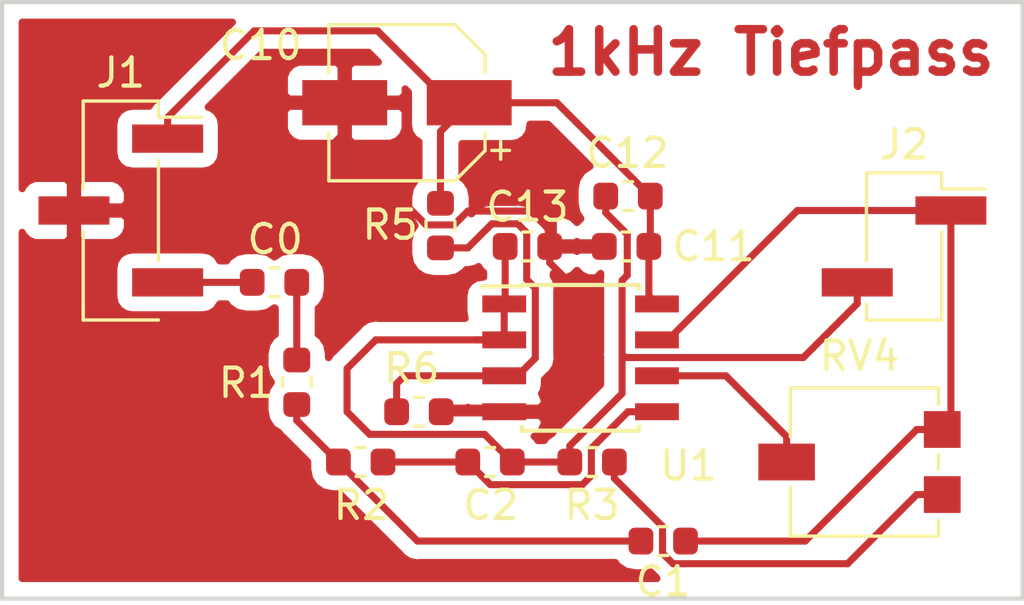
<source format=kicad_pcb>
(kicad_pcb (version 20171130) (host pcbnew 5.0.0)

  (general
    (thickness 1.6)
    (drawings 5)
    (tracks 105)
    (zones 0)
    (modules 16)
    (nets 12)
  )

  (page A4)
  (layers
    (0 F.Cu signal)
    (31 B.Cu signal hide)
    (32 B.Adhes user hide)
    (33 F.Adhes user hide)
    (34 B.Paste user hide)
    (35 F.Paste user hide)
    (36 B.SilkS user hide)
    (37 F.SilkS user)
    (38 B.Mask user hide)
    (39 F.Mask user)
    (40 Dwgs.User user hide)
    (41 Cmts.User user hide)
    (42 Eco1.User user hide)
    (43 Eco2.User user hide)
    (44 Edge.Cuts user)
    (45 Margin user)
    (46 B.CrtYd user hide)
    (47 F.CrtYd user)
    (48 B.Fab user hide)
    (49 F.Fab user hide)
  )

  (setup
    (last_trace_width 0.25)
    (trace_clearance 0.2)
    (zone_clearance 0.508)
    (zone_45_only no)
    (trace_min 0.2)
    (segment_width 0.2)
    (edge_width 0.15)
    (via_size 0.8)
    (via_drill 0.4)
    (via_min_size 0.4)
    (via_min_drill 0.3)
    (uvia_size 0.3)
    (uvia_drill 0.1)
    (uvias_allowed no)
    (uvia_min_size 0.2)
    (uvia_min_drill 0.1)
    (pcb_text_width 0.3)
    (pcb_text_size 1.5 1.5)
    (mod_edge_width 0.15)
    (mod_text_size 1 1)
    (mod_text_width 0.15)
    (pad_size 1.524 1.524)
    (pad_drill 0.762)
    (pad_to_mask_clearance 0.2)
    (aux_axis_origin 0 0)
    (visible_elements FFFFFF7F)
    (pcbplotparams
      (layerselection 0x010a0_7fffffff)
      (usegerberextensions false)
      (usegerberattributes false)
      (usegerberadvancedattributes false)
      (creategerberjobfile false)
      (excludeedgelayer true)
      (linewidth 0.100000)
      (plotframeref false)
      (viasonmask false)
      (mode 1)
      (useauxorigin false)
      (hpglpennumber 1)
      (hpglpenspeed 20)
      (hpglpendiameter 15.000000)
      (psnegative false)
      (psa4output false)
      (plotreference true)
      (plotvalue true)
      (plotinvisibletext false)
      (padsonsilk false)
      (subtractmaskfromsilk false)
      (outputformat 5)
      (mirror false)
      (drillshape 0)
      (scaleselection 1)
      (outputdirectory ""))
  )

  (net 0 "")
  (net 1 IN)
  (net 2 "Net-(C0-Pad1)")
  (net 3 "Net-(C1-Pad2)")
  (net 4 OUT)
  (net 5 "Net-(C2-Pad1)")
  (net 6 REF)
  (net 7 +10V)
  (net 8 GND)
  (net 9 "Net-(R3-Pad1)")
  (net 10 "Net-(R5-Pad2)")
  (net 11 "Net-(RV4-Pad2)")

  (net_class Default "This is the default net class."
    (clearance 0.2)
    (trace_width 0.25)
    (via_dia 0.8)
    (via_drill 0.4)
    (uvia_dia 0.3)
    (uvia_drill 0.1)
    (add_net +10V)
    (add_net GND)
    (add_net IN)
    (add_net "Net-(C0-Pad1)")
    (add_net "Net-(C1-Pad2)")
    (add_net "Net-(C2-Pad1)")
    (add_net "Net-(R3-Pad1)")
    (add_net "Net-(R5-Pad2)")
    (add_net "Net-(RV4-Pad2)")
    (add_net OUT)
    (add_net REF)
  )

  (module default-footprints:SOIC-8_3.9x4.9mm_P1.27mm (layer F.Cu) (tedit 5A02F2D3) (tstamp 5C075465)
    (at 38.227 34.417)
    (descr "8-Lead Plastic Small Outline (SN) - Narrow, 3.90 mm Body [SOIC] (see Microchip Packaging Specification 00000049BS.pdf)")
    (tags "SOIC 1.27")
    (path /5B72F6D4)
    (attr smd)
    (fp_text reference U1 (at 3.81 3.81) (layer F.SilkS)
      (effects (font (size 1 1) (thickness 0.15)))
    )
    (fp_text value ADA4610-2 (at 0 3.5) (layer F.Fab)
      (effects (font (size 1 1) (thickness 0.15)))
    )
    (fp_text user %R (at 0 0) (layer F.Fab)
      (effects (font (size 1 1) (thickness 0.15)))
    )
    (fp_line (start -0.95 -2.45) (end 1.95 -2.45) (layer F.Fab) (width 0.1))
    (fp_line (start 1.95 -2.45) (end 1.95 2.45) (layer F.Fab) (width 0.1))
    (fp_line (start 1.95 2.45) (end -1.95 2.45) (layer F.Fab) (width 0.1))
    (fp_line (start -1.95 2.45) (end -1.95 -1.45) (layer F.Fab) (width 0.1))
    (fp_line (start -1.95 -1.45) (end -0.95 -2.45) (layer F.Fab) (width 0.1))
    (fp_line (start -3.73 -2.7) (end -3.73 2.7) (layer F.CrtYd) (width 0.05))
    (fp_line (start 3.73 -2.7) (end 3.73 2.7) (layer F.CrtYd) (width 0.05))
    (fp_line (start -3.73 -2.7) (end 3.73 -2.7) (layer F.CrtYd) (width 0.05))
    (fp_line (start -3.73 2.7) (end 3.73 2.7) (layer F.CrtYd) (width 0.05))
    (fp_line (start -2.075 -2.575) (end -2.075 -2.525) (layer F.SilkS) (width 0.15))
    (fp_line (start 2.075 -2.575) (end 2.075 -2.43) (layer F.SilkS) (width 0.15))
    (fp_line (start 2.075 2.575) (end 2.075 2.43) (layer F.SilkS) (width 0.15))
    (fp_line (start -2.075 2.575) (end -2.075 2.43) (layer F.SilkS) (width 0.15))
    (fp_line (start -2.075 -2.575) (end 2.075 -2.575) (layer F.SilkS) (width 0.15))
    (fp_line (start -2.075 2.575) (end 2.075 2.575) (layer F.SilkS) (width 0.15))
    (fp_line (start -2.075 -2.525) (end -3.475 -2.525) (layer F.SilkS) (width 0.15))
    (pad 1 smd rect (at -2.7 -1.905) (size 1.55 0.6) (layers F.Cu F.Paste F.Mask)
      (net 6 REF))
    (pad 2 smd rect (at -2.7 -0.635) (size 1.55 0.6) (layers F.Cu F.Paste F.Mask)
      (net 6 REF))
    (pad 3 smd rect (at -2.7 0.635) (size 1.55 0.6) (layers F.Cu F.Paste F.Mask)
      (net 10 "Net-(R5-Pad2)"))
    (pad 4 smd rect (at -2.7 1.905) (size 1.55 0.6) (layers F.Cu F.Paste F.Mask)
      (net 8 GND))
    (pad 5 smd rect (at 2.7 1.905) (size 1.55 0.6) (layers F.Cu F.Paste F.Mask)
      (net 5 "Net-(C2-Pad1)"))
    (pad 6 smd rect (at 2.7 0.635) (size 1.55 0.6) (layers F.Cu F.Paste F.Mask)
      (net 11 "Net-(RV4-Pad2)"))
    (pad 7 smd rect (at 2.7 -0.635) (size 1.55 0.6) (layers F.Cu F.Paste F.Mask)
      (net 4 OUT))
    (pad 8 smd rect (at 2.7 -1.905) (size 1.55 0.6) (layers F.Cu F.Paste F.Mask)
      (net 7 +10V))
    (model ${KISYS3DMOD}/Package_SO.3dshapes/SOIC-8_3.9x4.9mm_P1.27mm.wrl
      (at (xyz 0 0 0))
      (scale (xyz 1 1 1))
      (rotate (xyz 0 0 0))
    )
  )

  (module default-footprints:C_0603_1608Metric (layer F.Cu) (tedit 5B301BBE) (tstamp 5C075335)
    (at 35.0265 38.1)
    (descr "Capacitor SMD 0603 (1608 Metric), square (rectangular) end terminal, IPC_7351 nominal, (Body size source: http://www.tortai-tech.com/upload/download/2011102023233369053.pdf), generated with kicad-footprint-generator")
    (tags capacitor)
    (path /5B738FE3)
    (attr smd)
    (fp_text reference C2 (at 0.0255 1.524) (layer F.SilkS)
      (effects (font (size 1 1) (thickness 0.15)))
    )
    (fp_text value 1.2n (at 0 1.43) (layer F.Fab)
      (effects (font (size 1 1) (thickness 0.15)))
    )
    (fp_line (start -0.8 0.4) (end -0.8 -0.4) (layer F.Fab) (width 0.1))
    (fp_line (start -0.8 -0.4) (end 0.8 -0.4) (layer F.Fab) (width 0.1))
    (fp_line (start 0.8 -0.4) (end 0.8 0.4) (layer F.Fab) (width 0.1))
    (fp_line (start 0.8 0.4) (end -0.8 0.4) (layer F.Fab) (width 0.1))
    (fp_line (start -0.162779 -0.51) (end 0.162779 -0.51) (layer F.SilkS) (width 0.12))
    (fp_line (start -0.162779 0.51) (end 0.162779 0.51) (layer F.SilkS) (width 0.12))
    (fp_line (start -1.48 0.73) (end -1.48 -0.73) (layer F.CrtYd) (width 0.05))
    (fp_line (start -1.48 -0.73) (end 1.48 -0.73) (layer F.CrtYd) (width 0.05))
    (fp_line (start 1.48 -0.73) (end 1.48 0.73) (layer F.CrtYd) (width 0.05))
    (fp_line (start 1.48 0.73) (end -1.48 0.73) (layer F.CrtYd) (width 0.05))
    (fp_text user %R (at 0 0) (layer F.Fab)
      (effects (font (size 0.4 0.4) (thickness 0.06)))
    )
    (pad 1 smd roundrect (at -0.7875 0) (size 0.875 0.95) (layers F.Cu F.Paste F.Mask) (roundrect_rratio 0.25)
      (net 5 "Net-(C2-Pad1)"))
    (pad 2 smd roundrect (at 0.7875 0) (size 0.875 0.95) (layers F.Cu F.Paste F.Mask) (roundrect_rratio 0.25)
      (net 6 REF))
    (model ${KISYS3DMOD}/Capacitor_SMD.3dshapes/C_0603_1608Metric.wrl
      (at (xyz 0 0 0))
      (scale (xyz 1 1 1))
      (rotate (xyz 0 0 0))
    )
  )

  (module default-footprints:C_0603_1608Metric (layer F.Cu) (tedit 5B301BBE) (tstamp 5C075313)
    (at 27.4065 31.75 180)
    (descr "Capacitor SMD 0603 (1608 Metric), square (rectangular) end terminal, IPC_7351 nominal, (Body size source: http://www.tortai-tech.com/upload/download/2011102023233369053.pdf), generated with kicad-footprint-generator")
    (tags capacitor)
    (path /5B75AE68)
    (attr smd)
    (fp_text reference C0 (at -0.0255 1.524 180) (layer F.SilkS)
      (effects (font (size 1 1) (thickness 0.15)))
    )
    (fp_text value 100n (at 0 1.43 180) (layer F.Fab)
      (effects (font (size 1 1) (thickness 0.15)))
    )
    (fp_text user %R (at 0 0 180) (layer F.Fab)
      (effects (font (size 0.4 0.4) (thickness 0.06)))
    )
    (fp_line (start 1.48 0.73) (end -1.48 0.73) (layer F.CrtYd) (width 0.05))
    (fp_line (start 1.48 -0.73) (end 1.48 0.73) (layer F.CrtYd) (width 0.05))
    (fp_line (start -1.48 -0.73) (end 1.48 -0.73) (layer F.CrtYd) (width 0.05))
    (fp_line (start -1.48 0.73) (end -1.48 -0.73) (layer F.CrtYd) (width 0.05))
    (fp_line (start -0.162779 0.51) (end 0.162779 0.51) (layer F.SilkS) (width 0.12))
    (fp_line (start -0.162779 -0.51) (end 0.162779 -0.51) (layer F.SilkS) (width 0.12))
    (fp_line (start 0.8 0.4) (end -0.8 0.4) (layer F.Fab) (width 0.1))
    (fp_line (start 0.8 -0.4) (end 0.8 0.4) (layer F.Fab) (width 0.1))
    (fp_line (start -0.8 -0.4) (end 0.8 -0.4) (layer F.Fab) (width 0.1))
    (fp_line (start -0.8 0.4) (end -0.8 -0.4) (layer F.Fab) (width 0.1))
    (pad 2 smd roundrect (at 0.7875 0 180) (size 0.875 0.95) (layers F.Cu F.Paste F.Mask) (roundrect_rratio 0.25)
      (net 1 IN))
    (pad 1 smd roundrect (at -0.7875 0 180) (size 0.875 0.95) (layers F.Cu F.Paste F.Mask) (roundrect_rratio 0.25)
      (net 2 "Net-(C0-Pad1)"))
    (model ${KISYS3DMOD}/Capacitor_SMD.3dshapes/C_0603_1608Metric.wrl
      (at (xyz 0 0 0))
      (scale (xyz 1 1 1))
      (rotate (xyz 0 0 0))
    )
  )

  (module default-footprints:C_0603_1608Metric (layer F.Cu) (tedit 5B301BBE) (tstamp 5C075324)
    (at 41.148 40.894 180)
    (descr "Capacitor SMD 0603 (1608 Metric), square (rectangular) end terminal, IPC_7351 nominal, (Body size source: http://www.tortai-tech.com/upload/download/2011102023233369053.pdf), generated with kicad-footprint-generator")
    (tags capacitor)
    (path /5B738F70)
    (attr smd)
    (fp_text reference C1 (at 0 -1.43 180) (layer F.SilkS)
      (effects (font (size 1 1) (thickness 0.15)))
    )
    (fp_text value 1.2n (at 0 1.43 180) (layer F.Fab)
      (effects (font (size 1 1) (thickness 0.15)))
    )
    (fp_text user %R (at 0 0 180) (layer F.Fab)
      (effects (font (size 0.4 0.4) (thickness 0.06)))
    )
    (fp_line (start 1.48 0.73) (end -1.48 0.73) (layer F.CrtYd) (width 0.05))
    (fp_line (start 1.48 -0.73) (end 1.48 0.73) (layer F.CrtYd) (width 0.05))
    (fp_line (start -1.48 -0.73) (end 1.48 -0.73) (layer F.CrtYd) (width 0.05))
    (fp_line (start -1.48 0.73) (end -1.48 -0.73) (layer F.CrtYd) (width 0.05))
    (fp_line (start -0.162779 0.51) (end 0.162779 0.51) (layer F.SilkS) (width 0.12))
    (fp_line (start -0.162779 -0.51) (end 0.162779 -0.51) (layer F.SilkS) (width 0.12))
    (fp_line (start 0.8 0.4) (end -0.8 0.4) (layer F.Fab) (width 0.1))
    (fp_line (start 0.8 -0.4) (end 0.8 0.4) (layer F.Fab) (width 0.1))
    (fp_line (start -0.8 -0.4) (end 0.8 -0.4) (layer F.Fab) (width 0.1))
    (fp_line (start -0.8 0.4) (end -0.8 -0.4) (layer F.Fab) (width 0.1))
    (pad 2 smd roundrect (at 0.7875 0 180) (size 0.875 0.95) (layers F.Cu F.Paste F.Mask) (roundrect_rratio 0.25)
      (net 3 "Net-(C1-Pad2)"))
    (pad 1 smd roundrect (at -0.7875 0 180) (size 0.875 0.95) (layers F.Cu F.Paste F.Mask) (roundrect_rratio 0.25)
      (net 4 OUT))
    (model ${KISYS3DMOD}/Capacitor_SMD.3dshapes/C_0603_1608Metric.wrl
      (at (xyz 0 0 0))
      (scale (xyz 1 1 1))
      (rotate (xyz 0 0 0))
    )
  )

  (module default-footprints:CP_Elec_5x5.4 (layer F.Cu) (tedit 5A841F9D) (tstamp 5C07535D)
    (at 32.09 25.4 180)
    (descr "SMT capacitor, aluminium electrolytic, 5x5.4, Nichicon ")
    (tags "Capacitor Electrolytic")
    (path /5B7443C5)
    (attr smd)
    (fp_text reference C10 (at 5.166 2.032 180) (layer F.SilkS)
      (effects (font (size 1 1) (thickness 0.15)))
    )
    (fp_text value 10u (at 0 3.7 180) (layer F.Fab)
      (effects (font (size 1 1) (thickness 0.15)))
    )
    (fp_circle (center 0 0) (end 2.5 0) (layer F.Fab) (width 0.1))
    (fp_line (start 2.65 -2.65) (end 2.65 2.65) (layer F.Fab) (width 0.1))
    (fp_line (start -1.65 -2.65) (end 2.65 -2.65) (layer F.Fab) (width 0.1))
    (fp_line (start -1.65 2.65) (end 2.65 2.65) (layer F.Fab) (width 0.1))
    (fp_line (start -2.65 -1.65) (end -2.65 1.65) (layer F.Fab) (width 0.1))
    (fp_line (start -2.65 -1.65) (end -1.65 -2.65) (layer F.Fab) (width 0.1))
    (fp_line (start -2.65 1.65) (end -1.65 2.65) (layer F.Fab) (width 0.1))
    (fp_line (start -2.033956 -1.2) (end -1.533956 -1.2) (layer F.Fab) (width 0.1))
    (fp_line (start -1.783956 -1.45) (end -1.783956 -0.95) (layer F.Fab) (width 0.1))
    (fp_line (start 2.76 2.76) (end 2.76 1.06) (layer F.SilkS) (width 0.12))
    (fp_line (start 2.76 -2.76) (end 2.76 -1.06) (layer F.SilkS) (width 0.12))
    (fp_line (start -1.695563 -2.76) (end 2.76 -2.76) (layer F.SilkS) (width 0.12))
    (fp_line (start -1.695563 2.76) (end 2.76 2.76) (layer F.SilkS) (width 0.12))
    (fp_line (start -2.76 1.695563) (end -2.76 1.06) (layer F.SilkS) (width 0.12))
    (fp_line (start -2.76 -1.695563) (end -2.76 -1.06) (layer F.SilkS) (width 0.12))
    (fp_line (start -2.76 -1.695563) (end -1.695563 -2.76) (layer F.SilkS) (width 0.12))
    (fp_line (start -2.76 1.695563) (end -1.695563 2.76) (layer F.SilkS) (width 0.12))
    (fp_line (start -3.625 -1.685) (end -3 -1.685) (layer F.SilkS) (width 0.12))
    (fp_line (start -3.3125 -1.9975) (end -3.3125 -1.3725) (layer F.SilkS) (width 0.12))
    (fp_line (start 2.9 -2.9) (end 2.9 -1.05) (layer F.CrtYd) (width 0.05))
    (fp_line (start 2.9 -1.05) (end 3.95 -1.05) (layer F.CrtYd) (width 0.05))
    (fp_line (start 3.95 -1.05) (end 3.95 1.05) (layer F.CrtYd) (width 0.05))
    (fp_line (start 3.95 1.05) (end 2.9 1.05) (layer F.CrtYd) (width 0.05))
    (fp_line (start 2.9 1.05) (end 2.9 2.9) (layer F.CrtYd) (width 0.05))
    (fp_line (start -1.75 2.9) (end 2.9 2.9) (layer F.CrtYd) (width 0.05))
    (fp_line (start -1.75 -2.9) (end 2.9 -2.9) (layer F.CrtYd) (width 0.05))
    (fp_line (start -2.9 1.75) (end -1.75 2.9) (layer F.CrtYd) (width 0.05))
    (fp_line (start -2.9 -1.75) (end -1.75 -2.9) (layer F.CrtYd) (width 0.05))
    (fp_line (start -2.9 -1.75) (end -2.9 -1.05) (layer F.CrtYd) (width 0.05))
    (fp_line (start -2.9 1.05) (end -2.9 1.75) (layer F.CrtYd) (width 0.05))
    (fp_line (start -2.9 -1.05) (end -3.95 -1.05) (layer F.CrtYd) (width 0.05))
    (fp_line (start -3.95 -1.05) (end -3.95 1.05) (layer F.CrtYd) (width 0.05))
    (fp_line (start -3.95 1.05) (end -2.9 1.05) (layer F.CrtYd) (width 0.05))
    (fp_text user %R (at 0 0 180) (layer F.Fab)
      (effects (font (size 1 1) (thickness 0.15)))
    )
    (pad 1 smd rect (at -2.2 0 180) (size 3 1.6) (layers F.Cu F.Paste F.Mask)
      (net 7 +10V))
    (pad 2 smd rect (at 2.2 0 180) (size 3 1.6) (layers F.Cu F.Paste F.Mask)
      (net 8 GND))
    (model ${KISYS3DMOD}/Capacitor_SMD.3dshapes/CP_Elec_5x5.4.wrl
      (at (xyz 0 0 0))
      (scale (xyz 1 1 1))
      (rotate (xyz 0 0 0))
    )
  )

  (module default-footprints:C_0603_1608Metric (layer F.Cu) (tedit 5B301BBE) (tstamp 5C07536E)
    (at 39.8525 30.48 180)
    (descr "Capacitor SMD 0603 (1608 Metric), square (rectangular) end terminal, IPC_7351 nominal, (Body size source: http://www.tortai-tech.com/upload/download/2011102023233369053.pdf), generated with kicad-footprint-generator")
    (tags capacitor)
    (path /5B732CF9)
    (attr smd)
    (fp_text reference C11 (at -3.0735 0 180) (layer F.SilkS)
      (effects (font (size 1 1) (thickness 0.15)))
    )
    (fp_text value 100n (at 0 1.43 180) (layer F.Fab)
      (effects (font (size 1 1) (thickness 0.15)))
    )
    (fp_line (start -0.8 0.4) (end -0.8 -0.4) (layer F.Fab) (width 0.1))
    (fp_line (start -0.8 -0.4) (end 0.8 -0.4) (layer F.Fab) (width 0.1))
    (fp_line (start 0.8 -0.4) (end 0.8 0.4) (layer F.Fab) (width 0.1))
    (fp_line (start 0.8 0.4) (end -0.8 0.4) (layer F.Fab) (width 0.1))
    (fp_line (start -0.162779 -0.51) (end 0.162779 -0.51) (layer F.SilkS) (width 0.12))
    (fp_line (start -0.162779 0.51) (end 0.162779 0.51) (layer F.SilkS) (width 0.12))
    (fp_line (start -1.48 0.73) (end -1.48 -0.73) (layer F.CrtYd) (width 0.05))
    (fp_line (start -1.48 -0.73) (end 1.48 -0.73) (layer F.CrtYd) (width 0.05))
    (fp_line (start 1.48 -0.73) (end 1.48 0.73) (layer F.CrtYd) (width 0.05))
    (fp_line (start 1.48 0.73) (end -1.48 0.73) (layer F.CrtYd) (width 0.05))
    (fp_text user %R (at 0 0 180) (layer F.Fab)
      (effects (font (size 0.4 0.4) (thickness 0.06)))
    )
    (pad 1 smd roundrect (at -0.7875 0 180) (size 0.875 0.95) (layers F.Cu F.Paste F.Mask) (roundrect_rratio 0.25)
      (net 7 +10V))
    (pad 2 smd roundrect (at 0.7875 0 180) (size 0.875 0.95) (layers F.Cu F.Paste F.Mask) (roundrect_rratio 0.25)
      (net 8 GND))
    (model ${KISYS3DMOD}/Capacitor_SMD.3dshapes/C_0603_1608Metric.wrl
      (at (xyz 0 0 0))
      (scale (xyz 1 1 1))
      (rotate (xyz 0 0 0))
    )
  )

  (module default-footprints:C_0603_1608Metric (layer F.Cu) (tedit 5B301BBE) (tstamp 5C07537F)
    (at 39.9035 28.702 180)
    (descr "Capacitor SMD 0603 (1608 Metric), square (rectangular) end terminal, IPC_7351 nominal, (Body size source: http://www.tortai-tech.com/upload/download/2011102023233369053.pdf), generated with kicad-footprint-generator")
    (tags capacitor)
    (path /5B732BFE)
    (attr smd)
    (fp_text reference C12 (at 0.0255 1.524) (layer F.SilkS)
      (effects (font (size 1 1) (thickness 0.15)))
    )
    (fp_text value 100n (at 0 1.43 180) (layer F.Fab)
      (effects (font (size 1 1) (thickness 0.15)))
    )
    (fp_line (start -0.8 0.4) (end -0.8 -0.4) (layer F.Fab) (width 0.1))
    (fp_line (start -0.8 -0.4) (end 0.8 -0.4) (layer F.Fab) (width 0.1))
    (fp_line (start 0.8 -0.4) (end 0.8 0.4) (layer F.Fab) (width 0.1))
    (fp_line (start 0.8 0.4) (end -0.8 0.4) (layer F.Fab) (width 0.1))
    (fp_line (start -0.162779 -0.51) (end 0.162779 -0.51) (layer F.SilkS) (width 0.12))
    (fp_line (start -0.162779 0.51) (end 0.162779 0.51) (layer F.SilkS) (width 0.12))
    (fp_line (start -1.48 0.73) (end -1.48 -0.73) (layer F.CrtYd) (width 0.05))
    (fp_line (start -1.48 -0.73) (end 1.48 -0.73) (layer F.CrtYd) (width 0.05))
    (fp_line (start 1.48 -0.73) (end 1.48 0.73) (layer F.CrtYd) (width 0.05))
    (fp_line (start 1.48 0.73) (end -1.48 0.73) (layer F.CrtYd) (width 0.05))
    (fp_text user %R (at 0 0 180) (layer F.Fab)
      (effects (font (size 0.4 0.4) (thickness 0.06)))
    )
    (pad 1 smd roundrect (at -0.7875 0 180) (size 0.875 0.95) (layers F.Cu F.Paste F.Mask) (roundrect_rratio 0.25)
      (net 7 +10V))
    (pad 2 smd roundrect (at 0.7875 0 180) (size 0.875 0.95) (layers F.Cu F.Paste F.Mask) (roundrect_rratio 0.25)
      (net 6 REF))
    (model ${KISYS3DMOD}/Capacitor_SMD.3dshapes/C_0603_1608Metric.wrl
      (at (xyz 0 0 0))
      (scale (xyz 1 1 1))
      (rotate (xyz 0 0 0))
    )
  )

  (module default-footprints:C_0603_1608Metric (layer F.Cu) (tedit 5B301BBE) (tstamp 5C075390)
    (at 36.3475 30.48)
    (descr "Capacitor SMD 0603 (1608 Metric), square (rectangular) end terminal, IPC_7351 nominal, (Body size source: http://www.tortai-tech.com/upload/download/2011102023233369053.pdf), generated with kicad-footprint-generator")
    (tags capacitor)
    (path /5B732C82)
    (attr smd)
    (fp_text reference C13 (at 0 -1.397) (layer F.SilkS)
      (effects (font (size 1 1) (thickness 0.15)))
    )
    (fp_text value 100n (at 0 1.43) (layer F.Fab)
      (effects (font (size 1 1) (thickness 0.15)))
    )
    (fp_text user %R (at 0 0) (layer F.Fab)
      (effects (font (size 0.4 0.4) (thickness 0.06)))
    )
    (fp_line (start 1.48 0.73) (end -1.48 0.73) (layer F.CrtYd) (width 0.05))
    (fp_line (start 1.48 -0.73) (end 1.48 0.73) (layer F.CrtYd) (width 0.05))
    (fp_line (start -1.48 -0.73) (end 1.48 -0.73) (layer F.CrtYd) (width 0.05))
    (fp_line (start -1.48 0.73) (end -1.48 -0.73) (layer F.CrtYd) (width 0.05))
    (fp_line (start -0.162779 0.51) (end 0.162779 0.51) (layer F.SilkS) (width 0.12))
    (fp_line (start -0.162779 -0.51) (end 0.162779 -0.51) (layer F.SilkS) (width 0.12))
    (fp_line (start 0.8 0.4) (end -0.8 0.4) (layer F.Fab) (width 0.1))
    (fp_line (start 0.8 -0.4) (end 0.8 0.4) (layer F.Fab) (width 0.1))
    (fp_line (start -0.8 -0.4) (end 0.8 -0.4) (layer F.Fab) (width 0.1))
    (fp_line (start -0.8 0.4) (end -0.8 -0.4) (layer F.Fab) (width 0.1))
    (pad 2 smd roundrect (at 0.7875 0) (size 0.875 0.95) (layers F.Cu F.Paste F.Mask) (roundrect_rratio 0.25)
      (net 8 GND))
    (pad 1 smd roundrect (at -0.7875 0) (size 0.875 0.95) (layers F.Cu F.Paste F.Mask) (roundrect_rratio 0.25)
      (net 6 REF))
    (model ${KISYS3DMOD}/Capacitor_SMD.3dshapes/C_0603_1608Metric.wrl
      (at (xyz 0 0 0))
      (scale (xyz 1 1 1))
      (rotate (xyz 0 0 0))
    )
  )

  (module default-footprints:PinHeader_1x03_P2.54mm_Vertical_SMD_Pin1Right (layer F.Cu) (tedit 59FED5CC) (tstamp 5C0753B2)
    (at 21.975 29.21)
    (descr "surface-mounted straight pin header, 1x03, 2.54mm pitch, single row, style 2 (pin 1 right)")
    (tags "Surface mounted pin header SMD 1x03 2.54mm single row style2 pin1 right")
    (path /5B74B292)
    (attr smd)
    (fp_text reference J1 (at 0 -4.87) (layer F.SilkS)
      (effects (font (size 1 1) (thickness 0.15)))
    )
    (fp_text value Screw_Terminal_01x03 (at 0 4.87) (layer F.Fab)
      (effects (font (size 1 1) (thickness 0.15)))
    )
    (fp_line (start 1.27 3.81) (end -1.27 3.81) (layer F.Fab) (width 0.1))
    (fp_line (start -1.27 -3.81) (end 0.32 -3.81) (layer F.Fab) (width 0.1))
    (fp_line (start 1.27 3.81) (end 1.27 -2.86) (layer F.Fab) (width 0.1))
    (fp_line (start 1.27 -2.86) (end 0.32 -3.81) (layer F.Fab) (width 0.1))
    (fp_line (start -1.27 -3.81) (end -1.27 3.81) (layer F.Fab) (width 0.1))
    (fp_line (start -1.27 -0.32) (end -2.54 -0.32) (layer F.Fab) (width 0.1))
    (fp_line (start -2.54 -0.32) (end -2.54 0.32) (layer F.Fab) (width 0.1))
    (fp_line (start -2.54 0.32) (end -1.27 0.32) (layer F.Fab) (width 0.1))
    (fp_line (start 1.27 -2.86) (end 2.54 -2.86) (layer F.Fab) (width 0.1))
    (fp_line (start 2.54 -2.86) (end 2.54 -2.22) (layer F.Fab) (width 0.1))
    (fp_line (start 2.54 -2.22) (end 1.27 -2.22) (layer F.Fab) (width 0.1))
    (fp_line (start 1.27 2.22) (end 2.54 2.22) (layer F.Fab) (width 0.1))
    (fp_line (start 2.54 2.22) (end 2.54 2.86) (layer F.Fab) (width 0.1))
    (fp_line (start 2.54 2.86) (end 1.27 2.86) (layer F.Fab) (width 0.1))
    (fp_line (start -1.33 -3.87) (end 1.33 -3.87) (layer F.SilkS) (width 0.12))
    (fp_line (start -1.33 3.87) (end 1.33 3.87) (layer F.SilkS) (width 0.12))
    (fp_line (start 1.33 -1.78) (end 1.33 1.78) (layer F.SilkS) (width 0.12))
    (fp_line (start -1.33 -3.87) (end -1.33 -0.76) (layer F.SilkS) (width 0.12))
    (fp_line (start 1.33 -3.3) (end 2.85 -3.3) (layer F.SilkS) (width 0.12))
    (fp_line (start 1.33 -3.87) (end 1.33 -3.3) (layer F.SilkS) (width 0.12))
    (fp_line (start -1.33 3.3) (end -1.33 3.87) (layer F.SilkS) (width 0.12))
    (fp_line (start -1.33 0.76) (end -1.33 3.87) (layer F.SilkS) (width 0.12))
    (fp_line (start -3.45 -4.35) (end -3.45 4.35) (layer F.CrtYd) (width 0.05))
    (fp_line (start -3.45 4.35) (end 3.45 4.35) (layer F.CrtYd) (width 0.05))
    (fp_line (start 3.45 4.35) (end 3.45 -4.35) (layer F.CrtYd) (width 0.05))
    (fp_line (start 3.45 -4.35) (end -3.45 -4.35) (layer F.CrtYd) (width 0.05))
    (fp_text user %R (at 0 0 90) (layer F.Fab)
      (effects (font (size 1 1) (thickness 0.15)))
    )
    (pad 2 smd rect (at -1.655 0) (size 2.51 1) (layers F.Cu F.Paste F.Mask)
      (net 8 GND))
    (pad 1 smd rect (at 1.655 -2.54) (size 2.51 1) (layers F.Cu F.Paste F.Mask)
      (net 7 +10V))
    (pad 3 smd rect (at 1.655 2.54) (size 2.51 1) (layers F.Cu F.Paste F.Mask)
      (net 1 IN))
    (model ${KISYS3DMOD}/Connector_PinHeader_2.54mm.3dshapes/PinHeader_1x03_P2.54mm_Vertical_SMD_Pin1Right.wrl
      (at (xyz 0 0 0))
      (scale (xyz 1 1 1))
      (rotate (xyz 0 0 0))
    )
  )

  (module default-footprints:PinHeader_1x02_P2.54mm_Vertical_SMD_Pin1Right (layer F.Cu) (tedit 59FED5CC) (tstamp 5C0753CF)
    (at 49.661 30.48)
    (descr "surface-mounted straight pin header, 1x02, 2.54mm pitch, single row, style 2 (pin 1 right)")
    (tags "Surface mounted pin header SMD 1x02 2.54mm single row style2 pin1 right")
    (path /5B74B480)
    (attr smd)
    (fp_text reference J2 (at 0 -3.6) (layer F.SilkS)
      (effects (font (size 1 1) (thickness 0.15)))
    )
    (fp_text value Screw_Terminal_01x02 (at 0 3.6) (layer F.Fab)
      (effects (font (size 1 1) (thickness 0.15)))
    )
    (fp_line (start 1.27 2.54) (end -1.27 2.54) (layer F.Fab) (width 0.1))
    (fp_line (start -1.27 -2.54) (end 0.32 -2.54) (layer F.Fab) (width 0.1))
    (fp_line (start 1.27 2.54) (end 1.27 -1.59) (layer F.Fab) (width 0.1))
    (fp_line (start 1.27 -1.59) (end 0.32 -2.54) (layer F.Fab) (width 0.1))
    (fp_line (start -1.27 -2.54) (end -1.27 2.54) (layer F.Fab) (width 0.1))
    (fp_line (start -1.27 0.95) (end -2.54 0.95) (layer F.Fab) (width 0.1))
    (fp_line (start -2.54 0.95) (end -2.54 1.59) (layer F.Fab) (width 0.1))
    (fp_line (start -2.54 1.59) (end -1.27 1.59) (layer F.Fab) (width 0.1))
    (fp_line (start 1.27 -1.59) (end 2.54 -1.59) (layer F.Fab) (width 0.1))
    (fp_line (start 2.54 -1.59) (end 2.54 -0.95) (layer F.Fab) (width 0.1))
    (fp_line (start 2.54 -0.95) (end 1.27 -0.95) (layer F.Fab) (width 0.1))
    (fp_line (start -1.33 -2.6) (end 1.33 -2.6) (layer F.SilkS) (width 0.12))
    (fp_line (start -1.33 2.6) (end 1.33 2.6) (layer F.SilkS) (width 0.12))
    (fp_line (start 1.33 -0.51) (end 1.33 2.6) (layer F.SilkS) (width 0.12))
    (fp_line (start -1.33 -2.6) (end -1.33 0.51) (layer F.SilkS) (width 0.12))
    (fp_line (start 1.33 -2.03) (end 2.85 -2.03) (layer F.SilkS) (width 0.12))
    (fp_line (start 1.33 -2.6) (end 1.33 -2.03) (layer F.SilkS) (width 0.12))
    (fp_line (start -1.33 2.03) (end -1.33 2.6) (layer F.SilkS) (width 0.12))
    (fp_line (start -3.45 -3.05) (end -3.45 3.05) (layer F.CrtYd) (width 0.05))
    (fp_line (start -3.45 3.05) (end 3.45 3.05) (layer F.CrtYd) (width 0.05))
    (fp_line (start 3.45 3.05) (end 3.45 -3.05) (layer F.CrtYd) (width 0.05))
    (fp_line (start 3.45 -3.05) (end -3.45 -3.05) (layer F.CrtYd) (width 0.05))
    (fp_text user %R (at 0 0 90) (layer F.Fab)
      (effects (font (size 1 1) (thickness 0.15)))
    )
    (pad 2 smd rect (at -1.655 1.27) (size 2.51 1) (layers F.Cu F.Paste F.Mask)
      (net 6 REF))
    (pad 1 smd rect (at 1.655 -1.27) (size 2.51 1) (layers F.Cu F.Paste F.Mask)
      (net 4 OUT))
    (model ${KISYS3DMOD}/Connector_PinHeader_2.54mm.3dshapes/PinHeader_1x02_P2.54mm_Vertical_SMD_Pin1Right.wrl
      (at (xyz 0 0 0))
      (scale (xyz 1 1 1))
      (rotate (xyz 0 0 0))
    )
  )

  (module default-footprints:R_0603_1608Metric (layer F.Cu) (tedit 5B301BBD) (tstamp 5C0753E0)
    (at 28.194 35.2805 270)
    (descr "Resistor SMD 0603 (1608 Metric), square (rectangular) end terminal, IPC_7351 nominal, (Body size source: http://www.tortai-tech.com/upload/download/2011102023233369053.pdf), generated with kicad-footprint-generator")
    (tags resistor)
    (path /5B72FBC1)
    (attr smd)
    (fp_text reference R1 (at 0.0255 1.778) (layer F.SilkS)
      (effects (font (size 1 1) (thickness 0.15)))
    )
    (fp_text value 18k (at 0 1.43 270) (layer F.Fab)
      (effects (font (size 1 1) (thickness 0.15)))
    )
    (fp_text user %R (at 0 0 270) (layer F.Fab)
      (effects (font (size 0.4 0.4) (thickness 0.06)))
    )
    (fp_line (start 1.48 0.73) (end -1.48 0.73) (layer F.CrtYd) (width 0.05))
    (fp_line (start 1.48 -0.73) (end 1.48 0.73) (layer F.CrtYd) (width 0.05))
    (fp_line (start -1.48 -0.73) (end 1.48 -0.73) (layer F.CrtYd) (width 0.05))
    (fp_line (start -1.48 0.73) (end -1.48 -0.73) (layer F.CrtYd) (width 0.05))
    (fp_line (start -0.162779 0.51) (end 0.162779 0.51) (layer F.SilkS) (width 0.12))
    (fp_line (start -0.162779 -0.51) (end 0.162779 -0.51) (layer F.SilkS) (width 0.12))
    (fp_line (start 0.8 0.4) (end -0.8 0.4) (layer F.Fab) (width 0.1))
    (fp_line (start 0.8 -0.4) (end 0.8 0.4) (layer F.Fab) (width 0.1))
    (fp_line (start -0.8 -0.4) (end 0.8 -0.4) (layer F.Fab) (width 0.1))
    (fp_line (start -0.8 0.4) (end -0.8 -0.4) (layer F.Fab) (width 0.1))
    (pad 2 smd roundrect (at 0.7875 0 270) (size 0.875 0.95) (layers F.Cu F.Paste F.Mask) (roundrect_rratio 0.25)
      (net 3 "Net-(C1-Pad2)"))
    (pad 1 smd roundrect (at -0.7875 0 270) (size 0.875 0.95) (layers F.Cu F.Paste F.Mask) (roundrect_rratio 0.25)
      (net 2 "Net-(C0-Pad1)"))
    (model ${KISYS3DMOD}/Resistor_SMD.3dshapes/R_0603_1608Metric.wrl
      (at (xyz 0 0 0))
      (scale (xyz 1 1 1))
      (rotate (xyz 0 0 0))
    )
  )

  (module default-footprints:R_0603_1608Metric (layer F.Cu) (tedit 5B301BBD) (tstamp 5C0753F1)
    (at 30.4545 38.1)
    (descr "Resistor SMD 0603 (1608 Metric), square (rectangular) end terminal, IPC_7351 nominal, (Body size source: http://www.tortai-tech.com/upload/download/2011102023233369053.pdf), generated with kicad-footprint-generator")
    (tags resistor)
    (path /5B72FB57)
    (attr smd)
    (fp_text reference R2 (at 0.0255 1.524 180) (layer F.SilkS)
      (effects (font (size 1 1) (thickness 0.15)))
    )
    (fp_text value 820k (at 0 1.43) (layer F.Fab)
      (effects (font (size 1 1) (thickness 0.15)))
    )
    (fp_line (start -0.8 0.4) (end -0.8 -0.4) (layer F.Fab) (width 0.1))
    (fp_line (start -0.8 -0.4) (end 0.8 -0.4) (layer F.Fab) (width 0.1))
    (fp_line (start 0.8 -0.4) (end 0.8 0.4) (layer F.Fab) (width 0.1))
    (fp_line (start 0.8 0.4) (end -0.8 0.4) (layer F.Fab) (width 0.1))
    (fp_line (start -0.162779 -0.51) (end 0.162779 -0.51) (layer F.SilkS) (width 0.12))
    (fp_line (start -0.162779 0.51) (end 0.162779 0.51) (layer F.SilkS) (width 0.12))
    (fp_line (start -1.48 0.73) (end -1.48 -0.73) (layer F.CrtYd) (width 0.05))
    (fp_line (start -1.48 -0.73) (end 1.48 -0.73) (layer F.CrtYd) (width 0.05))
    (fp_line (start 1.48 -0.73) (end 1.48 0.73) (layer F.CrtYd) (width 0.05))
    (fp_line (start 1.48 0.73) (end -1.48 0.73) (layer F.CrtYd) (width 0.05))
    (fp_text user %R (at 0 0) (layer F.Fab)
      (effects (font (size 0.4 0.4) (thickness 0.06)))
    )
    (pad 1 smd roundrect (at -0.7875 0) (size 0.875 0.95) (layers F.Cu F.Paste F.Mask) (roundrect_rratio 0.25)
      (net 3 "Net-(C1-Pad2)"))
    (pad 2 smd roundrect (at 0.7875 0) (size 0.875 0.95) (layers F.Cu F.Paste F.Mask) (roundrect_rratio 0.25)
      (net 5 "Net-(C2-Pad1)"))
    (model ${KISYS3DMOD}/Resistor_SMD.3dshapes/R_0603_1608Metric.wrl
      (at (xyz 0 0 0))
      (scale (xyz 1 1 1))
      (rotate (xyz 0 0 0))
    )
  )

  (module default-footprints:R_0603_1608Metric (layer F.Cu) (tedit 5B301BBD) (tstamp 5C075402)
    (at 38.6335 38.1 180)
    (descr "Resistor SMD 0603 (1608 Metric), square (rectangular) end terminal, IPC_7351 nominal, (Body size source: http://www.tortai-tech.com/upload/download/2011102023233369053.pdf), generated with kicad-footprint-generator")
    (tags resistor)
    (path /5B73F8D3)
    (attr smd)
    (fp_text reference R3 (at 0 -1.524 180) (layer F.SilkS)
      (effects (font (size 1 1) (thickness 0.15)))
    )
    (fp_text value 3.3k (at 0 1.43 180) (layer F.Fab)
      (effects (font (size 1 1) (thickness 0.15)))
    )
    (fp_line (start -0.8 0.4) (end -0.8 -0.4) (layer F.Fab) (width 0.1))
    (fp_line (start -0.8 -0.4) (end 0.8 -0.4) (layer F.Fab) (width 0.1))
    (fp_line (start 0.8 -0.4) (end 0.8 0.4) (layer F.Fab) (width 0.1))
    (fp_line (start 0.8 0.4) (end -0.8 0.4) (layer F.Fab) (width 0.1))
    (fp_line (start -0.162779 -0.51) (end 0.162779 -0.51) (layer F.SilkS) (width 0.12))
    (fp_line (start -0.162779 0.51) (end 0.162779 0.51) (layer F.SilkS) (width 0.12))
    (fp_line (start -1.48 0.73) (end -1.48 -0.73) (layer F.CrtYd) (width 0.05))
    (fp_line (start -1.48 -0.73) (end 1.48 -0.73) (layer F.CrtYd) (width 0.05))
    (fp_line (start 1.48 -0.73) (end 1.48 0.73) (layer F.CrtYd) (width 0.05))
    (fp_line (start 1.48 0.73) (end -1.48 0.73) (layer F.CrtYd) (width 0.05))
    (fp_text user %R (at 0 0 180) (layer F.Fab)
      (effects (font (size 0.4 0.4) (thickness 0.06)))
    )
    (pad 1 smd roundrect (at -0.7875 0 180) (size 0.875 0.95) (layers F.Cu F.Paste F.Mask) (roundrect_rratio 0.25)
      (net 9 "Net-(R3-Pad1)"))
    (pad 2 smd roundrect (at 0.7875 0 180) (size 0.875 0.95) (layers F.Cu F.Paste F.Mask) (roundrect_rratio 0.25)
      (net 6 REF))
    (model ${KISYS3DMOD}/Resistor_SMD.3dshapes/R_0603_1608Metric.wrl
      (at (xyz 0 0 0))
      (scale (xyz 1 1 1))
      (rotate (xyz 0 0 0))
    )
  )

  (module default-footprints:R_0603_1608Metric (layer F.Cu) (tedit 5B301BBD) (tstamp 5C075413)
    (at 33.274 29.7435 270)
    (descr "Resistor SMD 0603 (1608 Metric), square (rectangular) end terminal, IPC_7351 nominal, (Body size source: http://www.tortai-tech.com/upload/download/2011102023233369053.pdf), generated with kicad-footprint-generator")
    (tags resistor)
    (path /5B72FA5F)
    (attr smd)
    (fp_text reference R5 (at -0.0255 1.778) (layer F.SilkS)
      (effects (font (size 1 1) (thickness 0.15)))
    )
    (fp_text value 47k (at 0 1.43 270) (layer F.Fab)
      (effects (font (size 1 1) (thickness 0.15)))
    )
    (fp_line (start -0.8 0.4) (end -0.8 -0.4) (layer F.Fab) (width 0.1))
    (fp_line (start -0.8 -0.4) (end 0.8 -0.4) (layer F.Fab) (width 0.1))
    (fp_line (start 0.8 -0.4) (end 0.8 0.4) (layer F.Fab) (width 0.1))
    (fp_line (start 0.8 0.4) (end -0.8 0.4) (layer F.Fab) (width 0.1))
    (fp_line (start -0.162779 -0.51) (end 0.162779 -0.51) (layer F.SilkS) (width 0.12))
    (fp_line (start -0.162779 0.51) (end 0.162779 0.51) (layer F.SilkS) (width 0.12))
    (fp_line (start -1.48 0.73) (end -1.48 -0.73) (layer F.CrtYd) (width 0.05))
    (fp_line (start -1.48 -0.73) (end 1.48 -0.73) (layer F.CrtYd) (width 0.05))
    (fp_line (start 1.48 -0.73) (end 1.48 0.73) (layer F.CrtYd) (width 0.05))
    (fp_line (start 1.48 0.73) (end -1.48 0.73) (layer F.CrtYd) (width 0.05))
    (fp_text user %R (at 0 0 270) (layer F.Fab)
      (effects (font (size 0.4 0.4) (thickness 0.06)))
    )
    (pad 1 smd roundrect (at -0.7875 0 270) (size 0.875 0.95) (layers F.Cu F.Paste F.Mask) (roundrect_rratio 0.25)
      (net 7 +10V))
    (pad 2 smd roundrect (at 0.7875 0 270) (size 0.875 0.95) (layers F.Cu F.Paste F.Mask) (roundrect_rratio 0.25)
      (net 10 "Net-(R5-Pad2)"))
    (model ${KISYS3DMOD}/Resistor_SMD.3dshapes/R_0603_1608Metric.wrl
      (at (xyz 0 0 0))
      (scale (xyz 1 1 1))
      (rotate (xyz 0 0 0))
    )
  )

  (module default-footprints:R_0603_1608Metric (layer F.Cu) (tedit 5B301BBD) (tstamp 5C075424)
    (at 32.512 36.322)
    (descr "Resistor SMD 0603 (1608 Metric), square (rectangular) end terminal, IPC_7351 nominal, (Body size source: http://www.tortai-tech.com/upload/download/2011102023233369053.pdf), generated with kicad-footprint-generator")
    (tags resistor)
    (path /5B72FAD5)
    (attr smd)
    (fp_text reference R6 (at -0.254 -1.524 180) (layer F.SilkS)
      (effects (font (size 1 1) (thickness 0.15)))
    )
    (fp_text value 47k (at 0 1.43) (layer F.Fab)
      (effects (font (size 1 1) (thickness 0.15)))
    )
    (fp_text user %R (at 0 0) (layer F.Fab)
      (effects (font (size 0.4 0.4) (thickness 0.06)))
    )
    (fp_line (start 1.48 0.73) (end -1.48 0.73) (layer F.CrtYd) (width 0.05))
    (fp_line (start 1.48 -0.73) (end 1.48 0.73) (layer F.CrtYd) (width 0.05))
    (fp_line (start -1.48 -0.73) (end 1.48 -0.73) (layer F.CrtYd) (width 0.05))
    (fp_line (start -1.48 0.73) (end -1.48 -0.73) (layer F.CrtYd) (width 0.05))
    (fp_line (start -0.162779 0.51) (end 0.162779 0.51) (layer F.SilkS) (width 0.12))
    (fp_line (start -0.162779 -0.51) (end 0.162779 -0.51) (layer F.SilkS) (width 0.12))
    (fp_line (start 0.8 0.4) (end -0.8 0.4) (layer F.Fab) (width 0.1))
    (fp_line (start 0.8 -0.4) (end 0.8 0.4) (layer F.Fab) (width 0.1))
    (fp_line (start -0.8 -0.4) (end 0.8 -0.4) (layer F.Fab) (width 0.1))
    (fp_line (start -0.8 0.4) (end -0.8 -0.4) (layer F.Fab) (width 0.1))
    (pad 2 smd roundrect (at 0.7875 0) (size 0.875 0.95) (layers F.Cu F.Paste F.Mask) (roundrect_rratio 0.25)
      (net 8 GND))
    (pad 1 smd roundrect (at -0.7875 0) (size 0.875 0.95) (layers F.Cu F.Paste F.Mask) (roundrect_rratio 0.25)
      (net 10 "Net-(R5-Pad2)"))
    (model ${KISYS3DMOD}/Resistor_SMD.3dshapes/R_0603_1608Metric.wrl
      (at (xyz 0 0 0))
      (scale (xyz 1 1 1))
      (rotate (xyz 0 0 0))
    )
  )

  (module default-footprints:Potentiometer_Vishay_TS53YL_Vertical (layer F.Cu) (tedit 5A3D7171) (tstamp 5C075448)
    (at 48.26 38.1)
    (descr "Potentiometer, vertical, Vishay TS53YL, https://www.vishay.com/docs/51008/ts53.pdf")
    (tags "Potentiometer vertical Vishay TS53YL")
    (path /5B73B349)
    (attr smd)
    (fp_text reference RV4 (at -0.175 -3.75) (layer F.SilkS)
      (effects (font (size 1 1) (thickness 0.15)))
    )
    (fp_text value 100k (at -0.175 3.75) (layer F.Fab)
      (effects (font (size 1 1) (thickness 0.15)))
    )
    (fp_circle (center 0 0) (end 1.15 0) (layer F.Fab) (width 0.1))
    (fp_line (start -2.5 -2.5) (end -2.5 2.5) (layer F.Fab) (width 0.1))
    (fp_line (start -2.5 2.5) (end 2.5 2.5) (layer F.Fab) (width 0.1))
    (fp_line (start 2.5 2.5) (end 2.5 -2.5) (layer F.Fab) (width 0.1))
    (fp_line (start 2.5 -2.5) (end -2.5 -2.5) (layer F.Fab) (width 0.1))
    (fp_line (start -0.92 -0.058) (end -0.058 -0.058) (layer F.Fab) (width 0.1))
    (fp_line (start -0.058 -0.058) (end -0.058 -0.92) (layer F.Fab) (width 0.1))
    (fp_line (start -0.058 -0.92) (end 0.058 -0.92) (layer F.Fab) (width 0.1))
    (fp_line (start 0.058 -0.92) (end 0.058 -0.058) (layer F.Fab) (width 0.1))
    (fp_line (start 0.058 -0.058) (end 0.92 -0.058) (layer F.Fab) (width 0.1))
    (fp_line (start 0.92 -0.058) (end 0.92 0.058) (layer F.Fab) (width 0.1))
    (fp_line (start 0.92 0.058) (end 0.058 0.058) (layer F.Fab) (width 0.1))
    (fp_line (start 0.058 0.058) (end 0.058 0.92) (layer F.Fab) (width 0.1))
    (fp_line (start 0.058 0.92) (end -0.058 0.92) (layer F.Fab) (width 0.1))
    (fp_line (start -0.058 0.92) (end -0.058 0.058) (layer F.Fab) (width 0.1))
    (fp_line (start -0.058 0.058) (end -0.92 0.058) (layer F.Fab) (width 0.1))
    (fp_line (start -0.92 0.058) (end -0.92 -0.058) (layer F.Fab) (width 0.1))
    (fp_line (start -2.62 -2.62) (end 2.62 -2.62) (layer F.SilkS) (width 0.12))
    (fp_line (start -2.62 2.62) (end 2.62 2.62) (layer F.SilkS) (width 0.12))
    (fp_line (start -2.62 -2.62) (end -2.62 -0.89) (layer F.SilkS) (width 0.12))
    (fp_line (start -2.62 0.89) (end -2.62 2.62) (layer F.SilkS) (width 0.12))
    (fp_line (start 2.62 -2.62) (end 2.62 -2.039) (layer F.SilkS) (width 0.12))
    (fp_line (start 2.62 -0.26) (end 2.62 0.26) (layer F.SilkS) (width 0.12))
    (fp_line (start 2.62 2.04) (end 2.62 2.62) (layer F.SilkS) (width 0.12))
    (fp_line (start -4 -2.75) (end -4 2.75) (layer F.CrtYd) (width 0.05))
    (fp_line (start -4 2.75) (end 3.65 2.75) (layer F.CrtYd) (width 0.05))
    (fp_line (start 3.65 2.75) (end 3.65 -2.75) (layer F.CrtYd) (width 0.05))
    (fp_line (start 3.65 -2.75) (end -4 -2.75) (layer F.CrtYd) (width 0.05))
    (fp_text user %R (at 0 -2) (layer F.Fab)
      (effects (font (size 0.68 0.68) (thickness 0.15)))
    )
    (pad 1 smd rect (at 2.75 -1.15) (size 1.3 1.3) (layers F.Cu F.Paste F.Mask)
      (net 4 OUT))
    (pad 2 smd rect (at -2.75 0) (size 2 1.3) (layers F.Cu F.Paste F.Mask)
      (net 11 "Net-(RV4-Pad2)"))
    (pad 3 smd rect (at 2.75 1.15) (size 1.3 1.3) (layers F.Cu F.Paste F.Mask)
      (net 9 "Net-(R3-Pad1)"))
    (model ${KISYS3DMOD}/Potentiometer_SMD.3dshapes/Potentiometer_Vishay_TS53YL_Vertical.wrl
      (at (xyz 0 0 0))
      (scale (xyz 1 1 1))
      (rotate (xyz 0 0 0))
    )
  )

  (gr_text "1kHz Tiefpass" (at 44.958 23.622) (layer F.Cu)
    (effects (font (size 1.5 1.5) (thickness 0.3)))
  )
  (gr_line (start 17.78 42.926) (end 17.78 21.844) (layer Edge.Cuts) (width 0.15))
  (gr_line (start 53.848 42.926) (end 17.78 42.926) (layer Edge.Cuts) (width 0.15))
  (gr_line (start 53.848 21.844) (end 53.848 42.926) (layer Edge.Cuts) (width 0.15))
  (gr_line (start 17.78 21.844) (end 53.848 21.844) (layer Edge.Cuts) (width 0.15))

  (segment (start 23.63 31.75) (end 26.619 31.75) (width 0.25) (layer F.Cu) (net 1))
  (segment (start 28.194 32.325) (end 28.194 34.493) (width 0.25) (layer F.Cu) (net 2))
  (segment (start 28.194 31.75) (end 28.194 32.325) (width 0.25) (layer F.Cu) (net 2))
  (segment (start 28.194 36.627) (end 29.667 38.1) (width 0.25) (layer F.Cu) (net 3))
  (segment (start 28.194 36.068) (end 28.194 36.627) (width 0.25) (layer F.Cu) (net 3))
  (segment (start 29.667 38.1) (end 32.207 40.64) (width 0.25) (layer F.Cu) (net 3))
  (segment (start 32.461 40.894) (end 32.207 40.64) (width 0.25) (layer F.Cu) (net 3))
  (segment (start 40.3605 40.894) (end 32.461 40.894) (width 0.25) (layer F.Cu) (net 3))
  (segment (start 49.811 29.21) (end 51.316 29.21) (width 0.25) (layer F.Cu) (net 4))
  (segment (start 45.889002 29.21) (end 49.811 29.21) (width 0.25) (layer F.Cu) (net 4))
  (segment (start 41.317002 33.782) (end 45.889002 29.21) (width 0.25) (layer F.Cu) (net 4))
  (segment (start 40.927 33.782) (end 41.317002 33.782) (width 0.25) (layer F.Cu) (net 4))
  (segment (start 51.316 36.644) (end 51.01 36.95) (width 0.25) (layer F.Cu) (net 4))
  (segment (start 51.316 29.21) (end 51.316 36.644) (width 0.25) (layer F.Cu) (net 4))
  (segment (start 50.11 36.95) (end 46.166 40.894) (width 0.25) (layer F.Cu) (net 4))
  (segment (start 51.01 36.95) (end 50.11 36.95) (width 0.25) (layer F.Cu) (net 4))
  (segment (start 41.9355 40.894) (end 46.166 40.894) (width 0.25) (layer F.Cu) (net 4))
  (segment (start 31.242 38.1) (end 34.239 38.1) (width 0.25) (layer F.Cu) (net 5))
  (segment (start 35.03901 38.90001) (end 34.700612 38.561612) (width 0.25) (layer F.Cu) (net 5))
  (segment (start 38.289984 38.90001) (end 35.03901 38.90001) (width 0.25) (layer F.Cu) (net 5))
  (segment (start 38.60851 38.581484) (end 38.289984 38.90001) (width 0.25) (layer F.Cu) (net 5))
  (segment (start 38.60851 37.61549) (end 38.60851 38.581484) (width 0.25) (layer F.Cu) (net 5))
  (segment (start 39.902 36.322) (end 38.60851 37.61549) (width 0.25) (layer F.Cu) (net 5))
  (segment (start 34.700612 38.561612) (end 34.239 38.1) (width 0.25) (layer F.Cu) (net 5))
  (segment (start 40.927 36.322) (end 39.902 36.322) (width 0.25) (layer F.Cu) (net 5))
  (segment (start 35.56 32.479) (end 35.527 32.512) (width 0.25) (layer F.Cu) (net 6))
  (segment (start 35.56 30.48) (end 35.56 32.479) (width 0.25) (layer F.Cu) (net 6))
  (segment (start 35.527 32.512) (end 35.527 33.782) (width 0.25) (layer F.Cu) (net 6))
  (segment (start 34.502 33.782) (end 35.527 33.782) (width 0.25) (layer F.Cu) (net 6))
  (segment (start 35.814 38.1) (end 37.846 38.1) (width 0.25) (layer F.Cu) (net 6))
  (segment (start 47.251 31.75) (end 48.006 31.75) (width 0.25) (layer F.Cu) (net 6))
  (segment (start 34.83601 37.12201) (end 30.77201 37.12201) (width 0.25) (layer F.Cu) (net 6))
  (segment (start 35.814 38.1) (end 34.83601 37.12201) (width 0.25) (layer F.Cu) (net 6))
  (segment (start 30.77201 37.12201) (end 29.972 36.322) (width 0.25) (layer F.Cu) (net 6))
  (segment (start 29.972 36.322) (end 29.972 34.798) (width 0.25) (layer F.Cu) (net 6))
  (segment (start 30.988 33.782) (end 35.527 33.782) (width 0.25) (layer F.Cu) (net 6))
  (segment (start 29.972 34.798) (end 30.988 33.782) (width 0.25) (layer F.Cu) (net 6))
  (segment (start 37.846 37.525) (end 39.693999 35.677001) (width 0.25) (layer F.Cu) (net 6))
  (segment (start 37.846 38.1) (end 37.846 37.525) (width 0.25) (layer F.Cu) (net 6))
  (segment (start 39.87749 30.048496) (end 39.87749 31.49651) (width 0.25) (layer F.Cu) (net 6))
  (segment (start 39.116 28.702) (end 39.116 29.287006) (width 0.25) (layer F.Cu) (net 6))
  (segment (start 39.116 29.287006) (end 39.87749 30.048496) (width 0.25) (layer F.Cu) (net 6))
  (segment (start 39.87749 31.49651) (end 39.693999 31.680001) (width 0.25) (layer F.Cu) (net 6))
  (segment (start 39.811 34.407001) (end 39.693999 34.29) (width 0.25) (layer F.Cu) (net 6))
  (segment (start 48.006 32.5) (end 46.098999 34.407001) (width 0.25) (layer F.Cu) (net 6))
  (segment (start 48.006 31.75) (end 48.006 32.5) (width 0.25) (layer F.Cu) (net 6))
  (segment (start 39.693999 31.680001) (end 39.693999 34.29) (width 0.25) (layer F.Cu) (net 6))
  (segment (start 46.098999 34.407001) (end 39.811 34.407001) (width 0.25) (layer F.Cu) (net 6))
  (segment (start 39.693999 34.29) (end 39.693999 35.677001) (width 0.25) (layer F.Cu) (net 6))
  (segment (start 23.63 25.92) (end 26.69 22.86) (width 0.25) (layer F.Cu) (net 7))
  (segment (start 23.63 26.67) (end 23.63 25.92) (width 0.25) (layer F.Cu) (net 7))
  (segment (start 33.59 25.4) (end 34.29 25.4) (width 0.25) (layer F.Cu) (net 7))
  (segment (start 31.05 22.86) (end 33.59 25.4) (width 0.25) (layer F.Cu) (net 7))
  (segment (start 26.69 22.86) (end 31.05 22.86) (width 0.25) (layer F.Cu) (net 7))
  (segment (start 33.2995 26.3905) (end 34.29 25.4) (width 0.25) (layer F.Cu) (net 7))
  (segment (start 40.64 32.225) (end 40.927 32.512) (width 0.25) (layer F.Cu) (net 7))
  (segment (start 40.64 30.48) (end 40.64 32.225) (width 0.25) (layer F.Cu) (net 7))
  (segment (start 40.945 30.175) (end 40.64 30.48) (width 0.25) (layer F.Cu) (net 7))
  (segment (start 33.274 26.416) (end 34.29 25.4) (width 0.25) (layer F.Cu) (net 7))
  (segment (start 33.274 28.956) (end 33.274 26.416) (width 0.25) (layer F.Cu) (net 7))
  (segment (start 40.691 30.429) (end 40.64 30.48) (width 0.25) (layer F.Cu) (net 7))
  (segment (start 40.691 28.702) (end 40.691 30.429) (width 0.25) (layer F.Cu) (net 7))
  (segment (start 37.389 25.4) (end 40.691 28.702) (width 0.25) (layer F.Cu) (net 7))
  (segment (start 34.29 25.4) (end 37.389 25.4) (width 0.25) (layer F.Cu) (net 7))
  (segment (start 37.135 30.48) (end 39.065 30.48) (width 0.25) (layer F.Cu) (net 8))
  (segment (start 36.002 36.322) (end 35.527 36.322) (width 0.25) (layer F.Cu) (net 8))
  (segment (start 20.32 29.21) (end 27.13 29.21) (width 0.25) (layer F.Cu) (net 8))
  (segment (start 37.846 31.766) (end 37.135 31.055) (width 0.25) (layer F.Cu) (net 8))
  (segment (start 37.135 31.055) (end 37.135 30.48) (width 0.25) (layer F.Cu) (net 8))
  (segment (start 37.846 35.306) (end 37.846 31.766) (width 0.25) (layer F.Cu) (net 8))
  (segment (start 35.527 36.322) (end 36.83 36.322) (width 0.25) (layer F.Cu) (net 8))
  (segment (start 36.83 36.322) (end 37.846 35.306) (width 0.25) (layer F.Cu) (net 8))
  (segment (start 33.2995 36.322) (end 35.527 36.322) (width 0.25) (layer F.Cu) (net 8))
  (segment (start 33.755484 29.71851) (end 32.76651 29.71851) (width 0.25) (layer F.Cu) (net 8))
  (segment (start 34.244014 29.22998) (end 33.755484 29.71851) (width 0.25) (layer F.Cu) (net 8))
  (segment (start 36.45998 29.22998) (end 34.244014 29.22998) (width 0.25) (layer F.Cu) (net 8))
  (segment (start 37.135 30.48) (end 37.135 29.905) (width 0.25) (layer F.Cu) (net 8))
  (segment (start 37.135 29.905) (end 36.45998 29.22998) (width 0.25) (layer F.Cu) (net 8))
  (segment (start 29.89 26.842) (end 29.89 25.4) (width 0.25) (layer F.Cu) (net 8))
  (segment (start 32.76651 29.71851) (end 29.89 26.842) (width 0.25) (layer F.Cu) (net 8))
  (segment (start 29.89 26.45) (end 29.89 25.4) (width 0.25) (layer F.Cu) (net 8))
  (segment (start 27.13 29.21) (end 29.89 26.45) (width 0.25) (layer F.Cu) (net 8))
  (segment (start 47.66599 41.69401) (end 50.11 39.25) (width 0.25) (layer F.Cu) (net 9))
  (segment (start 41.491516 41.69401) (end 47.66599 41.69401) (width 0.25) (layer F.Cu) (net 9))
  (segment (start 41.12301 41.325504) (end 41.491516 41.69401) (width 0.25) (layer F.Cu) (net 9))
  (segment (start 41.12301 40.37701) (end 41.12301 41.325504) (width 0.25) (layer F.Cu) (net 9))
  (segment (start 39.421 38.675) (end 41.12301 40.37701) (width 0.25) (layer F.Cu) (net 9))
  (segment (start 50.11 39.25) (end 51.01 39.25) (width 0.25) (layer F.Cu) (net 9))
  (segment (start 39.421 38.1) (end 39.421 38.675) (width 0.25) (layer F.Cu) (net 9))
  (segment (start 31.699 36.322) (end 31.496 36.119) (width 0.25) (layer F.Cu) (net 10))
  (segment (start 31.7245 36.322) (end 31.7245 35.3315) (width 0.25) (layer F.Cu) (net 10))
  (segment (start 32.004 35.052) (end 35.527 35.052) (width 0.25) (layer F.Cu) (net 10))
  (segment (start 31.7245 35.3315) (end 32.004 35.052) (width 0.25) (layer F.Cu) (net 10))
  (segment (start 36.002 35.052) (end 35.527 35.052) (width 0.25) (layer F.Cu) (net 10))
  (segment (start 36.627001 34.426999) (end 36.002 35.052) (width 0.25) (layer F.Cu) (net 10))
  (segment (start 36.627001 31.951999) (end 36.627001 34.426999) (width 0.25) (layer F.Cu) (net 10))
  (segment (start 36.32251 31.647508) (end 36.627001 31.951999) (width 0.25) (layer F.Cu) (net 10))
  (segment (start 36.32251 29.998516) (end 36.32251 31.647508) (width 0.25) (layer F.Cu) (net 10))
  (segment (start 36.003984 29.67999) (end 36.32251 29.998516) (width 0.25) (layer F.Cu) (net 10))
  (segment (start 33.274 30.531) (end 34.239 30.531) (width 0.25) (layer F.Cu) (net 10))
  (segment (start 35.09001 29.67999) (end 36.003984 29.67999) (width 0.25) (layer F.Cu) (net 10))
  (segment (start 34.239 30.531) (end 35.09001 29.67999) (width 0.25) (layer F.Cu) (net 10))
  (segment (start 45.51 37.2) (end 45.51 38.1) (width 0.25) (layer F.Cu) (net 11))
  (segment (start 43.362 35.052) (end 45.51 37.2) (width 0.25) (layer F.Cu) (net 11))
  (segment (start 40.927 35.052) (end 43.362 35.052) (width 0.25) (layer F.Cu) (net 11))

  (zone (net 8) (net_name GND) (layer F.Cu) (tstamp 5B8118C2) (hatch edge 0.508)
    (connect_pads (clearance 0.508))
    (min_thickness 0.254)
    (fill yes (arc_segments 16) (thermal_gap 0.508) (thermal_bridge_width 0.508))
    (polygon
      (pts
        (xy 17.78 21.844) (xy 53.848 21.844) (xy 53.848 42.926) (xy 17.78 42.926)
      )
    )
    (filled_polygon
      (pts
        (xy 23.145528 25.329671) (xy 23.082072 25.372071) (xy 23.039672 25.435527) (xy 23.039671 25.435528) (xy 22.981518 25.52256)
        (xy 22.375 25.52256) (xy 22.127235 25.571843) (xy 21.917191 25.712191) (xy 21.776843 25.922235) (xy 21.72756 26.17)
        (xy 21.72756 27.17) (xy 21.776843 27.417765) (xy 21.917191 27.627809) (xy 22.127235 27.768157) (xy 22.375 27.81744)
        (xy 24.885 27.81744) (xy 25.132765 27.768157) (xy 25.342809 27.627809) (xy 25.483157 27.417765) (xy 25.53244 27.17)
        (xy 25.53244 26.17) (xy 25.483157 25.922235) (xy 25.342809 25.712191) (xy 25.303238 25.68575) (xy 27.755 25.68575)
        (xy 27.755 26.32631) (xy 27.851673 26.559699) (xy 28.030302 26.738327) (xy 28.263691 26.835) (xy 29.60425 26.835)
        (xy 29.763 26.67625) (xy 29.763 25.527) (xy 30.017 25.527) (xy 30.017 26.67625) (xy 30.17575 26.835)
        (xy 31.516309 26.835) (xy 31.749698 26.738327) (xy 31.928327 26.559699) (xy 32.025 26.32631) (xy 32.025 25.68575)
        (xy 31.86625 25.527) (xy 30.017 25.527) (xy 29.763 25.527) (xy 27.91375 25.527) (xy 27.755 25.68575)
        (xy 25.303238 25.68575) (xy 25.132765 25.571843) (xy 25.066199 25.558602) (xy 26.151111 24.47369) (xy 27.755 24.47369)
        (xy 27.755 25.11425) (xy 27.91375 25.273) (xy 29.763 25.273) (xy 29.763 24.12375) (xy 29.60425 23.965)
        (xy 28.263691 23.965) (xy 28.030302 24.061673) (xy 27.851673 24.240301) (xy 27.755 24.47369) (xy 26.151111 24.47369)
        (xy 27.004802 23.62) (xy 30.735199 23.62) (xy 31.080199 23.965) (xy 30.17575 23.965) (xy 30.017 24.12375)
        (xy 30.017 25.273) (xy 31.86625 25.273) (xy 32.025 25.11425) (xy 32.025 24.909802) (xy 32.14256 25.027362)
        (xy 32.14256 26.2) (xy 32.191843 26.447765) (xy 32.332191 26.657809) (xy 32.514001 26.779291) (xy 32.514 28.052104)
        (xy 32.405261 28.124761) (xy 32.217495 28.405773) (xy 32.15156 28.73725) (xy 32.15156 29.17475) (xy 32.217495 29.506227)
        (xy 32.376036 29.7435) (xy 32.217495 29.980773) (xy 32.15156 30.31225) (xy 32.15156 30.74975) (xy 32.217495 31.081227)
        (xy 32.405261 31.362239) (xy 32.686273 31.550005) (xy 33.01775 31.61594) (xy 33.53025 31.61594) (xy 33.861727 31.550005)
        (xy 34.142739 31.362239) (xy 34.187267 31.295598) (xy 34.239 31.305888) (xy 34.313847 31.291) (xy 34.313852 31.291)
        (xy 34.535537 31.246904) (xy 34.622079 31.189078) (xy 34.728761 31.348739) (xy 34.8 31.39634) (xy 34.800001 31.56456)
        (xy 34.752 31.56456) (xy 34.504235 31.613843) (xy 34.294191 31.754191) (xy 34.153843 31.964235) (xy 34.10456 32.212)
        (xy 34.10456 32.812) (xy 34.146331 33.022) (xy 31.062847 33.022) (xy 30.988 33.007112) (xy 30.913153 33.022)
        (xy 30.913148 33.022) (xy 30.691463 33.066096) (xy 30.440071 33.234071) (xy 30.397671 33.297527) (xy 29.487528 34.207671)
        (xy 29.424072 34.250071) (xy 29.381672 34.313527) (xy 29.381671 34.313528) (xy 29.31644 34.411153) (xy 29.31644 34.27425)
        (xy 29.250505 33.942773) (xy 29.062739 33.661761) (xy 28.954 33.589104) (xy 28.954 32.666339) (xy 29.025239 32.618739)
        (xy 29.213005 32.337727) (xy 29.27894 32.00625) (xy 29.27894 31.49375) (xy 29.213005 31.162273) (xy 29.025239 30.881261)
        (xy 28.744227 30.693495) (xy 28.41275 30.62756) (xy 27.97525 30.62756) (xy 27.643773 30.693495) (xy 27.4065 30.852036)
        (xy 27.169227 30.693495) (xy 26.83775 30.62756) (xy 26.40025 30.62756) (xy 26.068773 30.693495) (xy 25.787761 30.881261)
        (xy 25.715104 30.99) (xy 25.474982 30.99) (xy 25.342809 30.792191) (xy 25.132765 30.651843) (xy 24.885 30.60256)
        (xy 22.375 30.60256) (xy 22.127235 30.651843) (xy 21.917191 30.792191) (xy 21.776843 31.002235) (xy 21.72756 31.25)
        (xy 21.72756 32.25) (xy 21.776843 32.497765) (xy 21.917191 32.707809) (xy 22.127235 32.848157) (xy 22.375 32.89744)
        (xy 24.885 32.89744) (xy 25.132765 32.848157) (xy 25.342809 32.707809) (xy 25.474982 32.51) (xy 25.715104 32.51)
        (xy 25.787761 32.618739) (xy 26.068773 32.806505) (xy 26.40025 32.87244) (xy 26.83775 32.87244) (xy 27.169227 32.806505)
        (xy 27.4065 32.647964) (xy 27.434 32.666339) (xy 27.434001 33.589104) (xy 27.325261 33.661761) (xy 27.137495 33.942773)
        (xy 27.07156 34.27425) (xy 27.07156 34.71175) (xy 27.137495 35.043227) (xy 27.296036 35.2805) (xy 27.137495 35.517773)
        (xy 27.07156 35.84925) (xy 27.07156 36.28675) (xy 27.137495 36.618227) (xy 27.325261 36.899239) (xy 27.572038 37.06413)
        (xy 27.646072 37.174929) (xy 27.709528 37.217329) (xy 28.58206 38.089862) (xy 28.58206 38.35625) (xy 28.647995 38.687727)
        (xy 28.835761 38.968739) (xy 29.116773 39.156505) (xy 29.44825 39.22244) (xy 29.714639 39.22244) (xy 31.722526 41.230329)
        (xy 31.722532 41.230333) (xy 31.870669 41.37847) (xy 31.913071 41.441929) (xy 32.164463 41.609904) (xy 32.386148 41.654)
        (xy 32.386152 41.654) (xy 32.460999 41.668888) (xy 32.535846 41.654) (xy 39.456604 41.654) (xy 39.529261 41.762739)
        (xy 39.810273 41.950505) (xy 40.14175 42.01644) (xy 40.57925 42.01644) (xy 40.712617 41.989912) (xy 40.901185 42.17848)
        (xy 40.926255 42.216) (xy 18.49 42.216) (xy 18.49 29.981163) (xy 18.526673 30.069699) (xy 18.705302 30.248327)
        (xy 18.938691 30.345) (xy 20.03425 30.345) (xy 20.193 30.18625) (xy 20.193 29.337) (xy 20.447 29.337)
        (xy 20.447 30.18625) (xy 20.60575 30.345) (xy 21.701309 30.345) (xy 21.934698 30.248327) (xy 22.113327 30.069699)
        (xy 22.21 29.83631) (xy 22.21 29.49575) (xy 22.05125 29.337) (xy 20.447 29.337) (xy 20.193 29.337)
        (xy 20.173 29.337) (xy 20.173 29.083) (xy 20.193 29.083) (xy 20.193 28.23375) (xy 20.447 28.23375)
        (xy 20.447 29.083) (xy 22.05125 29.083) (xy 22.21 28.92425) (xy 22.21 28.58369) (xy 22.113327 28.350301)
        (xy 21.934698 28.171673) (xy 21.701309 28.075) (xy 20.60575 28.075) (xy 20.447 28.23375) (xy 20.193 28.23375)
        (xy 20.03425 28.075) (xy 18.938691 28.075) (xy 18.705302 28.171673) (xy 18.526673 28.350301) (xy 18.49 28.438837)
        (xy 18.49 22.554) (xy 25.921198 22.554)
      )
    )
    (filled_polygon
      (pts
        (xy 38.267802 31.493327) (xy 38.501191 31.59) (xy 38.77925 31.59) (xy 38.937998 31.431252) (xy 38.937998 31.585046)
        (xy 38.933999 31.60515) (xy 38.933999 31.605154) (xy 38.919111 31.680001) (xy 38.933999 31.754848) (xy 38.934 34.215144)
        (xy 38.933999 34.215149) (xy 38.933999 34.215153) (xy 38.919111 34.29) (xy 38.933999 34.364847) (xy 38.934 35.362198)
        (xy 37.361528 36.934671) (xy 37.298072 36.977071) (xy 37.219744 37.094296) (xy 37.014761 37.231261) (xy 36.942104 37.34)
        (xy 36.717896 37.34) (xy 36.645239 37.231261) (xy 36.586003 37.191681) (xy 36.661698 37.160327) (xy 36.840327 36.981699)
        (xy 36.937 36.74831) (xy 36.937 36.60775) (xy 36.77825 36.449) (xy 35.654 36.449) (xy 35.654 36.469)
        (xy 35.4 36.469) (xy 35.4 36.449) (xy 35.196742 36.449) (xy 35.132547 36.406106) (xy 34.910862 36.36201)
        (xy 34.910857 36.36201) (xy 34.83601 36.347122) (xy 34.761163 36.36201) (xy 33.1525 36.36201) (xy 33.1525 36.195)
        (xy 33.1725 36.195) (xy 33.1725 36.175) (xy 33.4265 36.175) (xy 33.4265 36.195) (xy 34.21325 36.195)
        (xy 34.2445 36.16375) (xy 34.27575 36.195) (xy 35.4 36.195) (xy 35.4 36.175) (xy 35.654 36.175)
        (xy 35.654 36.195) (xy 36.77825 36.195) (xy 36.937 36.03625) (xy 36.937 35.89569) (xy 36.847232 35.678972)
        (xy 36.900157 35.599765) (xy 36.94944 35.352) (xy 36.94944 35.179362) (xy 37.111474 35.017328) (xy 37.17493 34.974928)
        (xy 37.342905 34.723536) (xy 37.387001 34.501851) (xy 37.387001 34.501846) (xy 37.401889 34.426999) (xy 37.387001 34.352152)
        (xy 37.387001 32.026845) (xy 37.401889 31.951998) (xy 37.387001 31.877151) (xy 37.387001 31.877147) (xy 37.342905 31.655462)
        (xy 37.262002 31.534382) (xy 37.262002 31.431252) (xy 37.42075 31.59) (xy 37.698809 31.59) (xy 37.932198 31.493327)
        (xy 38.1 31.325526)
      )
    )
    (filled_polygon
      (pts
        (xy 38.562129 27.64793) (xy 38.284761 27.833261) (xy 38.096995 28.114273) (xy 38.03106 28.44575) (xy 38.03106 28.95825)
        (xy 38.096995 29.289727) (xy 38.236285 29.49819) (xy 38.1 29.634474) (xy 37.932198 29.466673) (xy 37.698809 29.37)
        (xy 37.42075 29.37) (xy 37.262 29.52875) (xy 37.262 30.353) (xy 38.04875 30.353) (xy 38.1 30.30175)
        (xy 38.15125 30.353) (xy 38.938 30.353) (xy 38.938 30.333) (xy 39.087191 30.333) (xy 39.11749 30.363299)
        (xy 39.11749 30.627) (xy 38.938 30.627) (xy 38.938 30.607) (xy 38.15125 30.607) (xy 38.1 30.65825)
        (xy 38.04875 30.607) (xy 37.262 30.607) (xy 37.262 30.627) (xy 37.08251 30.627) (xy 37.08251 30.073364)
        (xy 37.097398 29.998516) (xy 37.08251 29.923668) (xy 37.08251 29.923664) (xy 37.040626 29.713097) (xy 37.038414 29.701978)
        (xy 37.008 29.656461) (xy 37.008 29.52875) (xy 36.84925 29.37) (xy 36.768795 29.37) (xy 36.594315 29.19552)
        (xy 36.551913 29.132061) (xy 36.300521 28.964086) (xy 36.078836 28.91999) (xy 36.078831 28.91999) (xy 36.003984 28.905102)
        (xy 35.929137 28.91999) (xy 35.164857 28.91999) (xy 35.09001 28.905102) (xy 35.015163 28.91999) (xy 35.015158 28.91999)
        (xy 34.793473 28.964086) (xy 34.542081 29.132061) (xy 34.499681 29.195517) (xy 34.365648 29.32955) (xy 34.39644 29.17475)
        (xy 34.39644 28.73725) (xy 34.330505 28.405773) (xy 34.142739 28.124761) (xy 34.034 28.052104) (xy 34.034 26.84744)
        (xy 35.79 26.84744) (xy 36.037765 26.798157) (xy 36.247809 26.657809) (xy 36.388157 26.447765) (xy 36.43744 26.2)
        (xy 36.43744 26.16) (xy 37.074199 26.16)
      )
    )
  )
)

</source>
